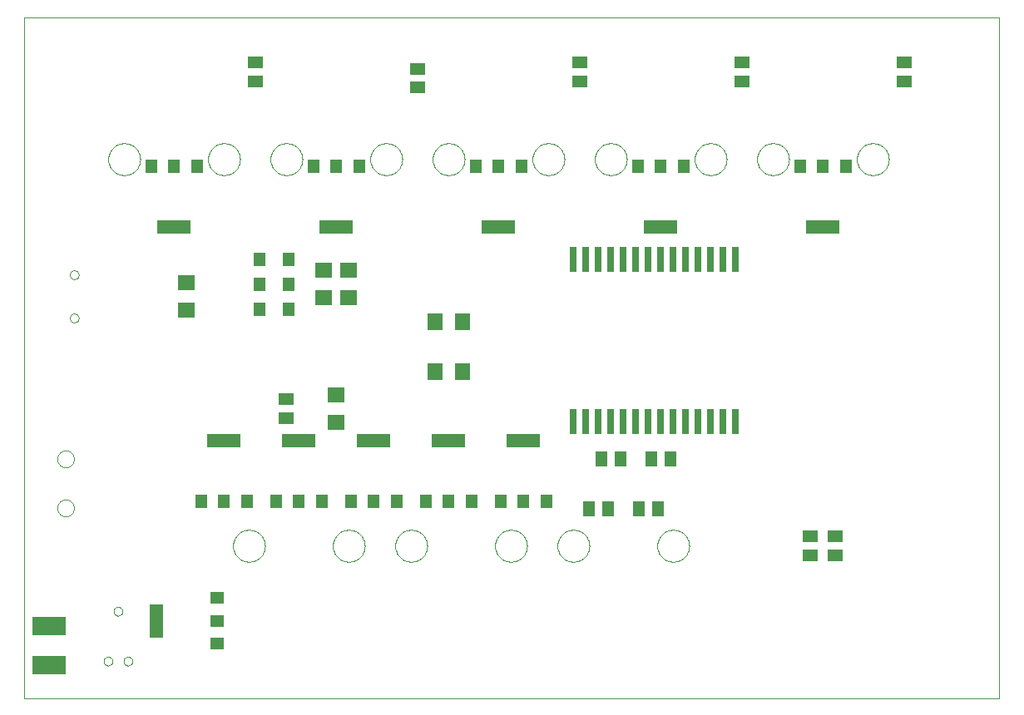
<source format=gbp>
G75*
%MOIN*%
%OFA0B0*%
%FSLAX24Y24*%
%IPPOS*%
%LPD*%
%AMOC8*
5,1,8,0,0,1.08239X$1,22.5*
%
%ADD10C,0.0000*%
%ADD11R,0.0591X0.0512*%
%ADD12R,0.1339X0.0748*%
%ADD13R,0.0709X0.0630*%
%ADD14R,0.0472X0.0551*%
%ADD15R,0.1378X0.0551*%
%ADD16R,0.0630X0.0709*%
%ADD17R,0.0630X0.0512*%
%ADD18R,0.0551X0.0472*%
%ADD19R,0.0551X0.1378*%
%ADD20R,0.0512X0.0630*%
%ADD21R,0.0250X0.1000*%
%ADD22R,0.0512X0.0591*%
D10*
X012596Y000100D02*
X012596Y027396D01*
X051666Y027396D01*
X051666Y000100D01*
X012596Y000100D01*
X015771Y001575D02*
X015773Y001601D01*
X015779Y001627D01*
X015788Y001651D01*
X015801Y001674D01*
X015818Y001694D01*
X015837Y001712D01*
X015859Y001727D01*
X015882Y001738D01*
X015907Y001746D01*
X015933Y001750D01*
X015959Y001750D01*
X015985Y001746D01*
X016010Y001738D01*
X016034Y001727D01*
X016055Y001712D01*
X016074Y001694D01*
X016091Y001674D01*
X016104Y001651D01*
X016113Y001627D01*
X016119Y001601D01*
X016121Y001575D01*
X016119Y001549D01*
X016113Y001523D01*
X016104Y001499D01*
X016091Y001476D01*
X016074Y001456D01*
X016055Y001438D01*
X016033Y001423D01*
X016010Y001412D01*
X015985Y001404D01*
X015959Y001400D01*
X015933Y001400D01*
X015907Y001404D01*
X015882Y001412D01*
X015858Y001423D01*
X015837Y001438D01*
X015818Y001456D01*
X015801Y001476D01*
X015788Y001499D01*
X015779Y001523D01*
X015773Y001549D01*
X015771Y001575D01*
X016571Y001575D02*
X016573Y001601D01*
X016579Y001627D01*
X016588Y001651D01*
X016601Y001674D01*
X016618Y001694D01*
X016637Y001712D01*
X016659Y001727D01*
X016682Y001738D01*
X016707Y001746D01*
X016733Y001750D01*
X016759Y001750D01*
X016785Y001746D01*
X016810Y001738D01*
X016834Y001727D01*
X016855Y001712D01*
X016874Y001694D01*
X016891Y001674D01*
X016904Y001651D01*
X016913Y001627D01*
X016919Y001601D01*
X016921Y001575D01*
X016919Y001549D01*
X016913Y001523D01*
X016904Y001499D01*
X016891Y001476D01*
X016874Y001456D01*
X016855Y001438D01*
X016833Y001423D01*
X016810Y001412D01*
X016785Y001404D01*
X016759Y001400D01*
X016733Y001400D01*
X016707Y001404D01*
X016682Y001412D01*
X016658Y001423D01*
X016637Y001438D01*
X016618Y001456D01*
X016601Y001476D01*
X016588Y001499D01*
X016579Y001523D01*
X016573Y001549D01*
X016571Y001575D01*
X016171Y003575D02*
X016173Y003601D01*
X016179Y003627D01*
X016188Y003651D01*
X016201Y003674D01*
X016218Y003694D01*
X016237Y003712D01*
X016259Y003727D01*
X016282Y003738D01*
X016307Y003746D01*
X016333Y003750D01*
X016359Y003750D01*
X016385Y003746D01*
X016410Y003738D01*
X016434Y003727D01*
X016455Y003712D01*
X016474Y003694D01*
X016491Y003674D01*
X016504Y003651D01*
X016513Y003627D01*
X016519Y003601D01*
X016521Y003575D01*
X016519Y003549D01*
X016513Y003523D01*
X016504Y003499D01*
X016491Y003476D01*
X016474Y003456D01*
X016455Y003438D01*
X016433Y003423D01*
X016410Y003412D01*
X016385Y003404D01*
X016359Y003400D01*
X016333Y003400D01*
X016307Y003404D01*
X016282Y003412D01*
X016258Y003423D01*
X016237Y003438D01*
X016218Y003456D01*
X016201Y003476D01*
X016188Y003499D01*
X016179Y003523D01*
X016173Y003549D01*
X016171Y003575D01*
X020956Y006200D02*
X020958Y006250D01*
X020964Y006300D01*
X020974Y006349D01*
X020987Y006398D01*
X021005Y006445D01*
X021026Y006491D01*
X021050Y006534D01*
X021078Y006576D01*
X021109Y006616D01*
X021143Y006653D01*
X021180Y006687D01*
X021220Y006718D01*
X021262Y006746D01*
X021305Y006770D01*
X021351Y006791D01*
X021398Y006809D01*
X021447Y006822D01*
X021496Y006832D01*
X021546Y006838D01*
X021596Y006840D01*
X021646Y006838D01*
X021696Y006832D01*
X021745Y006822D01*
X021794Y006809D01*
X021841Y006791D01*
X021887Y006770D01*
X021930Y006746D01*
X021972Y006718D01*
X022012Y006687D01*
X022049Y006653D01*
X022083Y006616D01*
X022114Y006576D01*
X022142Y006534D01*
X022166Y006491D01*
X022187Y006445D01*
X022205Y006398D01*
X022218Y006349D01*
X022228Y006300D01*
X022234Y006250D01*
X022236Y006200D01*
X022234Y006150D01*
X022228Y006100D01*
X022218Y006051D01*
X022205Y006002D01*
X022187Y005955D01*
X022166Y005909D01*
X022142Y005866D01*
X022114Y005824D01*
X022083Y005784D01*
X022049Y005747D01*
X022012Y005713D01*
X021972Y005682D01*
X021930Y005654D01*
X021887Y005630D01*
X021841Y005609D01*
X021794Y005591D01*
X021745Y005578D01*
X021696Y005568D01*
X021646Y005562D01*
X021596Y005560D01*
X021546Y005562D01*
X021496Y005568D01*
X021447Y005578D01*
X021398Y005591D01*
X021351Y005609D01*
X021305Y005630D01*
X021262Y005654D01*
X021220Y005682D01*
X021180Y005713D01*
X021143Y005747D01*
X021109Y005784D01*
X021078Y005824D01*
X021050Y005866D01*
X021026Y005909D01*
X021005Y005955D01*
X020987Y006002D01*
X020974Y006051D01*
X020964Y006100D01*
X020958Y006150D01*
X020956Y006200D01*
X024956Y006200D02*
X024958Y006250D01*
X024964Y006300D01*
X024974Y006349D01*
X024987Y006398D01*
X025005Y006445D01*
X025026Y006491D01*
X025050Y006534D01*
X025078Y006576D01*
X025109Y006616D01*
X025143Y006653D01*
X025180Y006687D01*
X025220Y006718D01*
X025262Y006746D01*
X025305Y006770D01*
X025351Y006791D01*
X025398Y006809D01*
X025447Y006822D01*
X025496Y006832D01*
X025546Y006838D01*
X025596Y006840D01*
X025646Y006838D01*
X025696Y006832D01*
X025745Y006822D01*
X025794Y006809D01*
X025841Y006791D01*
X025887Y006770D01*
X025930Y006746D01*
X025972Y006718D01*
X026012Y006687D01*
X026049Y006653D01*
X026083Y006616D01*
X026114Y006576D01*
X026142Y006534D01*
X026166Y006491D01*
X026187Y006445D01*
X026205Y006398D01*
X026218Y006349D01*
X026228Y006300D01*
X026234Y006250D01*
X026236Y006200D01*
X026234Y006150D01*
X026228Y006100D01*
X026218Y006051D01*
X026205Y006002D01*
X026187Y005955D01*
X026166Y005909D01*
X026142Y005866D01*
X026114Y005824D01*
X026083Y005784D01*
X026049Y005747D01*
X026012Y005713D01*
X025972Y005682D01*
X025930Y005654D01*
X025887Y005630D01*
X025841Y005609D01*
X025794Y005591D01*
X025745Y005578D01*
X025696Y005568D01*
X025646Y005562D01*
X025596Y005560D01*
X025546Y005562D01*
X025496Y005568D01*
X025447Y005578D01*
X025398Y005591D01*
X025351Y005609D01*
X025305Y005630D01*
X025262Y005654D01*
X025220Y005682D01*
X025180Y005713D01*
X025143Y005747D01*
X025109Y005784D01*
X025078Y005824D01*
X025050Y005866D01*
X025026Y005909D01*
X025005Y005955D01*
X024987Y006002D01*
X024974Y006051D01*
X024964Y006100D01*
X024958Y006150D01*
X024956Y006200D01*
X027456Y006200D02*
X027458Y006250D01*
X027464Y006300D01*
X027474Y006349D01*
X027487Y006398D01*
X027505Y006445D01*
X027526Y006491D01*
X027550Y006534D01*
X027578Y006576D01*
X027609Y006616D01*
X027643Y006653D01*
X027680Y006687D01*
X027720Y006718D01*
X027762Y006746D01*
X027805Y006770D01*
X027851Y006791D01*
X027898Y006809D01*
X027947Y006822D01*
X027996Y006832D01*
X028046Y006838D01*
X028096Y006840D01*
X028146Y006838D01*
X028196Y006832D01*
X028245Y006822D01*
X028294Y006809D01*
X028341Y006791D01*
X028387Y006770D01*
X028430Y006746D01*
X028472Y006718D01*
X028512Y006687D01*
X028549Y006653D01*
X028583Y006616D01*
X028614Y006576D01*
X028642Y006534D01*
X028666Y006491D01*
X028687Y006445D01*
X028705Y006398D01*
X028718Y006349D01*
X028728Y006300D01*
X028734Y006250D01*
X028736Y006200D01*
X028734Y006150D01*
X028728Y006100D01*
X028718Y006051D01*
X028705Y006002D01*
X028687Y005955D01*
X028666Y005909D01*
X028642Y005866D01*
X028614Y005824D01*
X028583Y005784D01*
X028549Y005747D01*
X028512Y005713D01*
X028472Y005682D01*
X028430Y005654D01*
X028387Y005630D01*
X028341Y005609D01*
X028294Y005591D01*
X028245Y005578D01*
X028196Y005568D01*
X028146Y005562D01*
X028096Y005560D01*
X028046Y005562D01*
X027996Y005568D01*
X027947Y005578D01*
X027898Y005591D01*
X027851Y005609D01*
X027805Y005630D01*
X027762Y005654D01*
X027720Y005682D01*
X027680Y005713D01*
X027643Y005747D01*
X027609Y005784D01*
X027578Y005824D01*
X027550Y005866D01*
X027526Y005909D01*
X027505Y005955D01*
X027487Y006002D01*
X027474Y006051D01*
X027464Y006100D01*
X027458Y006150D01*
X027456Y006200D01*
X031456Y006200D02*
X031458Y006250D01*
X031464Y006300D01*
X031474Y006349D01*
X031487Y006398D01*
X031505Y006445D01*
X031526Y006491D01*
X031550Y006534D01*
X031578Y006576D01*
X031609Y006616D01*
X031643Y006653D01*
X031680Y006687D01*
X031720Y006718D01*
X031762Y006746D01*
X031805Y006770D01*
X031851Y006791D01*
X031898Y006809D01*
X031947Y006822D01*
X031996Y006832D01*
X032046Y006838D01*
X032096Y006840D01*
X032146Y006838D01*
X032196Y006832D01*
X032245Y006822D01*
X032294Y006809D01*
X032341Y006791D01*
X032387Y006770D01*
X032430Y006746D01*
X032472Y006718D01*
X032512Y006687D01*
X032549Y006653D01*
X032583Y006616D01*
X032614Y006576D01*
X032642Y006534D01*
X032666Y006491D01*
X032687Y006445D01*
X032705Y006398D01*
X032718Y006349D01*
X032728Y006300D01*
X032734Y006250D01*
X032736Y006200D01*
X032734Y006150D01*
X032728Y006100D01*
X032718Y006051D01*
X032705Y006002D01*
X032687Y005955D01*
X032666Y005909D01*
X032642Y005866D01*
X032614Y005824D01*
X032583Y005784D01*
X032549Y005747D01*
X032512Y005713D01*
X032472Y005682D01*
X032430Y005654D01*
X032387Y005630D01*
X032341Y005609D01*
X032294Y005591D01*
X032245Y005578D01*
X032196Y005568D01*
X032146Y005562D01*
X032096Y005560D01*
X032046Y005562D01*
X031996Y005568D01*
X031947Y005578D01*
X031898Y005591D01*
X031851Y005609D01*
X031805Y005630D01*
X031762Y005654D01*
X031720Y005682D01*
X031680Y005713D01*
X031643Y005747D01*
X031609Y005784D01*
X031578Y005824D01*
X031550Y005866D01*
X031526Y005909D01*
X031505Y005955D01*
X031487Y006002D01*
X031474Y006051D01*
X031464Y006100D01*
X031458Y006150D01*
X031456Y006200D01*
X033956Y006200D02*
X033958Y006250D01*
X033964Y006300D01*
X033974Y006349D01*
X033987Y006398D01*
X034005Y006445D01*
X034026Y006491D01*
X034050Y006534D01*
X034078Y006576D01*
X034109Y006616D01*
X034143Y006653D01*
X034180Y006687D01*
X034220Y006718D01*
X034262Y006746D01*
X034305Y006770D01*
X034351Y006791D01*
X034398Y006809D01*
X034447Y006822D01*
X034496Y006832D01*
X034546Y006838D01*
X034596Y006840D01*
X034646Y006838D01*
X034696Y006832D01*
X034745Y006822D01*
X034794Y006809D01*
X034841Y006791D01*
X034887Y006770D01*
X034930Y006746D01*
X034972Y006718D01*
X035012Y006687D01*
X035049Y006653D01*
X035083Y006616D01*
X035114Y006576D01*
X035142Y006534D01*
X035166Y006491D01*
X035187Y006445D01*
X035205Y006398D01*
X035218Y006349D01*
X035228Y006300D01*
X035234Y006250D01*
X035236Y006200D01*
X035234Y006150D01*
X035228Y006100D01*
X035218Y006051D01*
X035205Y006002D01*
X035187Y005955D01*
X035166Y005909D01*
X035142Y005866D01*
X035114Y005824D01*
X035083Y005784D01*
X035049Y005747D01*
X035012Y005713D01*
X034972Y005682D01*
X034930Y005654D01*
X034887Y005630D01*
X034841Y005609D01*
X034794Y005591D01*
X034745Y005578D01*
X034696Y005568D01*
X034646Y005562D01*
X034596Y005560D01*
X034546Y005562D01*
X034496Y005568D01*
X034447Y005578D01*
X034398Y005591D01*
X034351Y005609D01*
X034305Y005630D01*
X034262Y005654D01*
X034220Y005682D01*
X034180Y005713D01*
X034143Y005747D01*
X034109Y005784D01*
X034078Y005824D01*
X034050Y005866D01*
X034026Y005909D01*
X034005Y005955D01*
X033987Y006002D01*
X033974Y006051D01*
X033964Y006100D01*
X033958Y006150D01*
X033956Y006200D01*
X037956Y006200D02*
X037958Y006250D01*
X037964Y006300D01*
X037974Y006349D01*
X037987Y006398D01*
X038005Y006445D01*
X038026Y006491D01*
X038050Y006534D01*
X038078Y006576D01*
X038109Y006616D01*
X038143Y006653D01*
X038180Y006687D01*
X038220Y006718D01*
X038262Y006746D01*
X038305Y006770D01*
X038351Y006791D01*
X038398Y006809D01*
X038447Y006822D01*
X038496Y006832D01*
X038546Y006838D01*
X038596Y006840D01*
X038646Y006838D01*
X038696Y006832D01*
X038745Y006822D01*
X038794Y006809D01*
X038841Y006791D01*
X038887Y006770D01*
X038930Y006746D01*
X038972Y006718D01*
X039012Y006687D01*
X039049Y006653D01*
X039083Y006616D01*
X039114Y006576D01*
X039142Y006534D01*
X039166Y006491D01*
X039187Y006445D01*
X039205Y006398D01*
X039218Y006349D01*
X039228Y006300D01*
X039234Y006250D01*
X039236Y006200D01*
X039234Y006150D01*
X039228Y006100D01*
X039218Y006051D01*
X039205Y006002D01*
X039187Y005955D01*
X039166Y005909D01*
X039142Y005866D01*
X039114Y005824D01*
X039083Y005784D01*
X039049Y005747D01*
X039012Y005713D01*
X038972Y005682D01*
X038930Y005654D01*
X038887Y005630D01*
X038841Y005609D01*
X038794Y005591D01*
X038745Y005578D01*
X038696Y005568D01*
X038646Y005562D01*
X038596Y005560D01*
X038546Y005562D01*
X038496Y005568D01*
X038447Y005578D01*
X038398Y005591D01*
X038351Y005609D01*
X038305Y005630D01*
X038262Y005654D01*
X038220Y005682D01*
X038180Y005713D01*
X038143Y005747D01*
X038109Y005784D01*
X038078Y005824D01*
X038050Y005866D01*
X038026Y005909D01*
X038005Y005955D01*
X037987Y006002D01*
X037974Y006051D01*
X037964Y006100D01*
X037958Y006150D01*
X037956Y006200D01*
X014419Y015334D02*
X014421Y015360D01*
X014427Y015386D01*
X014437Y015411D01*
X014450Y015434D01*
X014466Y015454D01*
X014486Y015472D01*
X014508Y015487D01*
X014531Y015499D01*
X014557Y015507D01*
X014583Y015511D01*
X014609Y015511D01*
X014635Y015507D01*
X014661Y015499D01*
X014685Y015487D01*
X014706Y015472D01*
X014726Y015454D01*
X014742Y015434D01*
X014755Y015411D01*
X014765Y015386D01*
X014771Y015360D01*
X014773Y015334D01*
X014771Y015308D01*
X014765Y015282D01*
X014755Y015257D01*
X014742Y015234D01*
X014726Y015214D01*
X014706Y015196D01*
X014684Y015181D01*
X014661Y015169D01*
X014635Y015161D01*
X014609Y015157D01*
X014583Y015157D01*
X014557Y015161D01*
X014531Y015169D01*
X014507Y015181D01*
X014486Y015196D01*
X014466Y015214D01*
X014450Y015234D01*
X014437Y015257D01*
X014427Y015282D01*
X014421Y015308D01*
X014419Y015334D01*
X014419Y017066D02*
X014421Y017092D01*
X014427Y017118D01*
X014437Y017143D01*
X014450Y017166D01*
X014466Y017186D01*
X014486Y017204D01*
X014508Y017219D01*
X014531Y017231D01*
X014557Y017239D01*
X014583Y017243D01*
X014609Y017243D01*
X014635Y017239D01*
X014661Y017231D01*
X014685Y017219D01*
X014706Y017204D01*
X014726Y017186D01*
X014742Y017166D01*
X014755Y017143D01*
X014765Y017118D01*
X014771Y017092D01*
X014773Y017066D01*
X014771Y017040D01*
X014765Y017014D01*
X014755Y016989D01*
X014742Y016966D01*
X014726Y016946D01*
X014706Y016928D01*
X014684Y016913D01*
X014661Y016901D01*
X014635Y016893D01*
X014609Y016889D01*
X014583Y016889D01*
X014557Y016893D01*
X014531Y016901D01*
X014507Y016913D01*
X014486Y016928D01*
X014466Y016946D01*
X014450Y016966D01*
X014437Y016989D01*
X014427Y017014D01*
X014421Y017040D01*
X014419Y017066D01*
X015956Y021700D02*
X015958Y021750D01*
X015964Y021800D01*
X015974Y021849D01*
X015987Y021898D01*
X016005Y021945D01*
X016026Y021991D01*
X016050Y022034D01*
X016078Y022076D01*
X016109Y022116D01*
X016143Y022153D01*
X016180Y022187D01*
X016220Y022218D01*
X016262Y022246D01*
X016305Y022270D01*
X016351Y022291D01*
X016398Y022309D01*
X016447Y022322D01*
X016496Y022332D01*
X016546Y022338D01*
X016596Y022340D01*
X016646Y022338D01*
X016696Y022332D01*
X016745Y022322D01*
X016794Y022309D01*
X016841Y022291D01*
X016887Y022270D01*
X016930Y022246D01*
X016972Y022218D01*
X017012Y022187D01*
X017049Y022153D01*
X017083Y022116D01*
X017114Y022076D01*
X017142Y022034D01*
X017166Y021991D01*
X017187Y021945D01*
X017205Y021898D01*
X017218Y021849D01*
X017228Y021800D01*
X017234Y021750D01*
X017236Y021700D01*
X017234Y021650D01*
X017228Y021600D01*
X017218Y021551D01*
X017205Y021502D01*
X017187Y021455D01*
X017166Y021409D01*
X017142Y021366D01*
X017114Y021324D01*
X017083Y021284D01*
X017049Y021247D01*
X017012Y021213D01*
X016972Y021182D01*
X016930Y021154D01*
X016887Y021130D01*
X016841Y021109D01*
X016794Y021091D01*
X016745Y021078D01*
X016696Y021068D01*
X016646Y021062D01*
X016596Y021060D01*
X016546Y021062D01*
X016496Y021068D01*
X016447Y021078D01*
X016398Y021091D01*
X016351Y021109D01*
X016305Y021130D01*
X016262Y021154D01*
X016220Y021182D01*
X016180Y021213D01*
X016143Y021247D01*
X016109Y021284D01*
X016078Y021324D01*
X016050Y021366D01*
X016026Y021409D01*
X016005Y021455D01*
X015987Y021502D01*
X015974Y021551D01*
X015964Y021600D01*
X015958Y021650D01*
X015956Y021700D01*
X019956Y021700D02*
X019958Y021750D01*
X019964Y021800D01*
X019974Y021849D01*
X019987Y021898D01*
X020005Y021945D01*
X020026Y021991D01*
X020050Y022034D01*
X020078Y022076D01*
X020109Y022116D01*
X020143Y022153D01*
X020180Y022187D01*
X020220Y022218D01*
X020262Y022246D01*
X020305Y022270D01*
X020351Y022291D01*
X020398Y022309D01*
X020447Y022322D01*
X020496Y022332D01*
X020546Y022338D01*
X020596Y022340D01*
X020646Y022338D01*
X020696Y022332D01*
X020745Y022322D01*
X020794Y022309D01*
X020841Y022291D01*
X020887Y022270D01*
X020930Y022246D01*
X020972Y022218D01*
X021012Y022187D01*
X021049Y022153D01*
X021083Y022116D01*
X021114Y022076D01*
X021142Y022034D01*
X021166Y021991D01*
X021187Y021945D01*
X021205Y021898D01*
X021218Y021849D01*
X021228Y021800D01*
X021234Y021750D01*
X021236Y021700D01*
X021234Y021650D01*
X021228Y021600D01*
X021218Y021551D01*
X021205Y021502D01*
X021187Y021455D01*
X021166Y021409D01*
X021142Y021366D01*
X021114Y021324D01*
X021083Y021284D01*
X021049Y021247D01*
X021012Y021213D01*
X020972Y021182D01*
X020930Y021154D01*
X020887Y021130D01*
X020841Y021109D01*
X020794Y021091D01*
X020745Y021078D01*
X020696Y021068D01*
X020646Y021062D01*
X020596Y021060D01*
X020546Y021062D01*
X020496Y021068D01*
X020447Y021078D01*
X020398Y021091D01*
X020351Y021109D01*
X020305Y021130D01*
X020262Y021154D01*
X020220Y021182D01*
X020180Y021213D01*
X020143Y021247D01*
X020109Y021284D01*
X020078Y021324D01*
X020050Y021366D01*
X020026Y021409D01*
X020005Y021455D01*
X019987Y021502D01*
X019974Y021551D01*
X019964Y021600D01*
X019958Y021650D01*
X019956Y021700D01*
X022456Y021700D02*
X022458Y021750D01*
X022464Y021800D01*
X022474Y021849D01*
X022487Y021898D01*
X022505Y021945D01*
X022526Y021991D01*
X022550Y022034D01*
X022578Y022076D01*
X022609Y022116D01*
X022643Y022153D01*
X022680Y022187D01*
X022720Y022218D01*
X022762Y022246D01*
X022805Y022270D01*
X022851Y022291D01*
X022898Y022309D01*
X022947Y022322D01*
X022996Y022332D01*
X023046Y022338D01*
X023096Y022340D01*
X023146Y022338D01*
X023196Y022332D01*
X023245Y022322D01*
X023294Y022309D01*
X023341Y022291D01*
X023387Y022270D01*
X023430Y022246D01*
X023472Y022218D01*
X023512Y022187D01*
X023549Y022153D01*
X023583Y022116D01*
X023614Y022076D01*
X023642Y022034D01*
X023666Y021991D01*
X023687Y021945D01*
X023705Y021898D01*
X023718Y021849D01*
X023728Y021800D01*
X023734Y021750D01*
X023736Y021700D01*
X023734Y021650D01*
X023728Y021600D01*
X023718Y021551D01*
X023705Y021502D01*
X023687Y021455D01*
X023666Y021409D01*
X023642Y021366D01*
X023614Y021324D01*
X023583Y021284D01*
X023549Y021247D01*
X023512Y021213D01*
X023472Y021182D01*
X023430Y021154D01*
X023387Y021130D01*
X023341Y021109D01*
X023294Y021091D01*
X023245Y021078D01*
X023196Y021068D01*
X023146Y021062D01*
X023096Y021060D01*
X023046Y021062D01*
X022996Y021068D01*
X022947Y021078D01*
X022898Y021091D01*
X022851Y021109D01*
X022805Y021130D01*
X022762Y021154D01*
X022720Y021182D01*
X022680Y021213D01*
X022643Y021247D01*
X022609Y021284D01*
X022578Y021324D01*
X022550Y021366D01*
X022526Y021409D01*
X022505Y021455D01*
X022487Y021502D01*
X022474Y021551D01*
X022464Y021600D01*
X022458Y021650D01*
X022456Y021700D01*
X026456Y021700D02*
X026458Y021750D01*
X026464Y021800D01*
X026474Y021849D01*
X026487Y021898D01*
X026505Y021945D01*
X026526Y021991D01*
X026550Y022034D01*
X026578Y022076D01*
X026609Y022116D01*
X026643Y022153D01*
X026680Y022187D01*
X026720Y022218D01*
X026762Y022246D01*
X026805Y022270D01*
X026851Y022291D01*
X026898Y022309D01*
X026947Y022322D01*
X026996Y022332D01*
X027046Y022338D01*
X027096Y022340D01*
X027146Y022338D01*
X027196Y022332D01*
X027245Y022322D01*
X027294Y022309D01*
X027341Y022291D01*
X027387Y022270D01*
X027430Y022246D01*
X027472Y022218D01*
X027512Y022187D01*
X027549Y022153D01*
X027583Y022116D01*
X027614Y022076D01*
X027642Y022034D01*
X027666Y021991D01*
X027687Y021945D01*
X027705Y021898D01*
X027718Y021849D01*
X027728Y021800D01*
X027734Y021750D01*
X027736Y021700D01*
X027734Y021650D01*
X027728Y021600D01*
X027718Y021551D01*
X027705Y021502D01*
X027687Y021455D01*
X027666Y021409D01*
X027642Y021366D01*
X027614Y021324D01*
X027583Y021284D01*
X027549Y021247D01*
X027512Y021213D01*
X027472Y021182D01*
X027430Y021154D01*
X027387Y021130D01*
X027341Y021109D01*
X027294Y021091D01*
X027245Y021078D01*
X027196Y021068D01*
X027146Y021062D01*
X027096Y021060D01*
X027046Y021062D01*
X026996Y021068D01*
X026947Y021078D01*
X026898Y021091D01*
X026851Y021109D01*
X026805Y021130D01*
X026762Y021154D01*
X026720Y021182D01*
X026680Y021213D01*
X026643Y021247D01*
X026609Y021284D01*
X026578Y021324D01*
X026550Y021366D01*
X026526Y021409D01*
X026505Y021455D01*
X026487Y021502D01*
X026474Y021551D01*
X026464Y021600D01*
X026458Y021650D01*
X026456Y021700D01*
X028956Y021700D02*
X028958Y021750D01*
X028964Y021800D01*
X028974Y021849D01*
X028987Y021898D01*
X029005Y021945D01*
X029026Y021991D01*
X029050Y022034D01*
X029078Y022076D01*
X029109Y022116D01*
X029143Y022153D01*
X029180Y022187D01*
X029220Y022218D01*
X029262Y022246D01*
X029305Y022270D01*
X029351Y022291D01*
X029398Y022309D01*
X029447Y022322D01*
X029496Y022332D01*
X029546Y022338D01*
X029596Y022340D01*
X029646Y022338D01*
X029696Y022332D01*
X029745Y022322D01*
X029794Y022309D01*
X029841Y022291D01*
X029887Y022270D01*
X029930Y022246D01*
X029972Y022218D01*
X030012Y022187D01*
X030049Y022153D01*
X030083Y022116D01*
X030114Y022076D01*
X030142Y022034D01*
X030166Y021991D01*
X030187Y021945D01*
X030205Y021898D01*
X030218Y021849D01*
X030228Y021800D01*
X030234Y021750D01*
X030236Y021700D01*
X030234Y021650D01*
X030228Y021600D01*
X030218Y021551D01*
X030205Y021502D01*
X030187Y021455D01*
X030166Y021409D01*
X030142Y021366D01*
X030114Y021324D01*
X030083Y021284D01*
X030049Y021247D01*
X030012Y021213D01*
X029972Y021182D01*
X029930Y021154D01*
X029887Y021130D01*
X029841Y021109D01*
X029794Y021091D01*
X029745Y021078D01*
X029696Y021068D01*
X029646Y021062D01*
X029596Y021060D01*
X029546Y021062D01*
X029496Y021068D01*
X029447Y021078D01*
X029398Y021091D01*
X029351Y021109D01*
X029305Y021130D01*
X029262Y021154D01*
X029220Y021182D01*
X029180Y021213D01*
X029143Y021247D01*
X029109Y021284D01*
X029078Y021324D01*
X029050Y021366D01*
X029026Y021409D01*
X029005Y021455D01*
X028987Y021502D01*
X028974Y021551D01*
X028964Y021600D01*
X028958Y021650D01*
X028956Y021700D01*
X032956Y021700D02*
X032958Y021750D01*
X032964Y021800D01*
X032974Y021849D01*
X032987Y021898D01*
X033005Y021945D01*
X033026Y021991D01*
X033050Y022034D01*
X033078Y022076D01*
X033109Y022116D01*
X033143Y022153D01*
X033180Y022187D01*
X033220Y022218D01*
X033262Y022246D01*
X033305Y022270D01*
X033351Y022291D01*
X033398Y022309D01*
X033447Y022322D01*
X033496Y022332D01*
X033546Y022338D01*
X033596Y022340D01*
X033646Y022338D01*
X033696Y022332D01*
X033745Y022322D01*
X033794Y022309D01*
X033841Y022291D01*
X033887Y022270D01*
X033930Y022246D01*
X033972Y022218D01*
X034012Y022187D01*
X034049Y022153D01*
X034083Y022116D01*
X034114Y022076D01*
X034142Y022034D01*
X034166Y021991D01*
X034187Y021945D01*
X034205Y021898D01*
X034218Y021849D01*
X034228Y021800D01*
X034234Y021750D01*
X034236Y021700D01*
X034234Y021650D01*
X034228Y021600D01*
X034218Y021551D01*
X034205Y021502D01*
X034187Y021455D01*
X034166Y021409D01*
X034142Y021366D01*
X034114Y021324D01*
X034083Y021284D01*
X034049Y021247D01*
X034012Y021213D01*
X033972Y021182D01*
X033930Y021154D01*
X033887Y021130D01*
X033841Y021109D01*
X033794Y021091D01*
X033745Y021078D01*
X033696Y021068D01*
X033646Y021062D01*
X033596Y021060D01*
X033546Y021062D01*
X033496Y021068D01*
X033447Y021078D01*
X033398Y021091D01*
X033351Y021109D01*
X033305Y021130D01*
X033262Y021154D01*
X033220Y021182D01*
X033180Y021213D01*
X033143Y021247D01*
X033109Y021284D01*
X033078Y021324D01*
X033050Y021366D01*
X033026Y021409D01*
X033005Y021455D01*
X032987Y021502D01*
X032974Y021551D01*
X032964Y021600D01*
X032958Y021650D01*
X032956Y021700D01*
X035456Y021700D02*
X035458Y021750D01*
X035464Y021800D01*
X035474Y021849D01*
X035487Y021898D01*
X035505Y021945D01*
X035526Y021991D01*
X035550Y022034D01*
X035578Y022076D01*
X035609Y022116D01*
X035643Y022153D01*
X035680Y022187D01*
X035720Y022218D01*
X035762Y022246D01*
X035805Y022270D01*
X035851Y022291D01*
X035898Y022309D01*
X035947Y022322D01*
X035996Y022332D01*
X036046Y022338D01*
X036096Y022340D01*
X036146Y022338D01*
X036196Y022332D01*
X036245Y022322D01*
X036294Y022309D01*
X036341Y022291D01*
X036387Y022270D01*
X036430Y022246D01*
X036472Y022218D01*
X036512Y022187D01*
X036549Y022153D01*
X036583Y022116D01*
X036614Y022076D01*
X036642Y022034D01*
X036666Y021991D01*
X036687Y021945D01*
X036705Y021898D01*
X036718Y021849D01*
X036728Y021800D01*
X036734Y021750D01*
X036736Y021700D01*
X036734Y021650D01*
X036728Y021600D01*
X036718Y021551D01*
X036705Y021502D01*
X036687Y021455D01*
X036666Y021409D01*
X036642Y021366D01*
X036614Y021324D01*
X036583Y021284D01*
X036549Y021247D01*
X036512Y021213D01*
X036472Y021182D01*
X036430Y021154D01*
X036387Y021130D01*
X036341Y021109D01*
X036294Y021091D01*
X036245Y021078D01*
X036196Y021068D01*
X036146Y021062D01*
X036096Y021060D01*
X036046Y021062D01*
X035996Y021068D01*
X035947Y021078D01*
X035898Y021091D01*
X035851Y021109D01*
X035805Y021130D01*
X035762Y021154D01*
X035720Y021182D01*
X035680Y021213D01*
X035643Y021247D01*
X035609Y021284D01*
X035578Y021324D01*
X035550Y021366D01*
X035526Y021409D01*
X035505Y021455D01*
X035487Y021502D01*
X035474Y021551D01*
X035464Y021600D01*
X035458Y021650D01*
X035456Y021700D01*
X039456Y021700D02*
X039458Y021750D01*
X039464Y021800D01*
X039474Y021849D01*
X039487Y021898D01*
X039505Y021945D01*
X039526Y021991D01*
X039550Y022034D01*
X039578Y022076D01*
X039609Y022116D01*
X039643Y022153D01*
X039680Y022187D01*
X039720Y022218D01*
X039762Y022246D01*
X039805Y022270D01*
X039851Y022291D01*
X039898Y022309D01*
X039947Y022322D01*
X039996Y022332D01*
X040046Y022338D01*
X040096Y022340D01*
X040146Y022338D01*
X040196Y022332D01*
X040245Y022322D01*
X040294Y022309D01*
X040341Y022291D01*
X040387Y022270D01*
X040430Y022246D01*
X040472Y022218D01*
X040512Y022187D01*
X040549Y022153D01*
X040583Y022116D01*
X040614Y022076D01*
X040642Y022034D01*
X040666Y021991D01*
X040687Y021945D01*
X040705Y021898D01*
X040718Y021849D01*
X040728Y021800D01*
X040734Y021750D01*
X040736Y021700D01*
X040734Y021650D01*
X040728Y021600D01*
X040718Y021551D01*
X040705Y021502D01*
X040687Y021455D01*
X040666Y021409D01*
X040642Y021366D01*
X040614Y021324D01*
X040583Y021284D01*
X040549Y021247D01*
X040512Y021213D01*
X040472Y021182D01*
X040430Y021154D01*
X040387Y021130D01*
X040341Y021109D01*
X040294Y021091D01*
X040245Y021078D01*
X040196Y021068D01*
X040146Y021062D01*
X040096Y021060D01*
X040046Y021062D01*
X039996Y021068D01*
X039947Y021078D01*
X039898Y021091D01*
X039851Y021109D01*
X039805Y021130D01*
X039762Y021154D01*
X039720Y021182D01*
X039680Y021213D01*
X039643Y021247D01*
X039609Y021284D01*
X039578Y021324D01*
X039550Y021366D01*
X039526Y021409D01*
X039505Y021455D01*
X039487Y021502D01*
X039474Y021551D01*
X039464Y021600D01*
X039458Y021650D01*
X039456Y021700D01*
X041956Y021700D02*
X041958Y021750D01*
X041964Y021800D01*
X041974Y021849D01*
X041987Y021898D01*
X042005Y021945D01*
X042026Y021991D01*
X042050Y022034D01*
X042078Y022076D01*
X042109Y022116D01*
X042143Y022153D01*
X042180Y022187D01*
X042220Y022218D01*
X042262Y022246D01*
X042305Y022270D01*
X042351Y022291D01*
X042398Y022309D01*
X042447Y022322D01*
X042496Y022332D01*
X042546Y022338D01*
X042596Y022340D01*
X042646Y022338D01*
X042696Y022332D01*
X042745Y022322D01*
X042794Y022309D01*
X042841Y022291D01*
X042887Y022270D01*
X042930Y022246D01*
X042972Y022218D01*
X043012Y022187D01*
X043049Y022153D01*
X043083Y022116D01*
X043114Y022076D01*
X043142Y022034D01*
X043166Y021991D01*
X043187Y021945D01*
X043205Y021898D01*
X043218Y021849D01*
X043228Y021800D01*
X043234Y021750D01*
X043236Y021700D01*
X043234Y021650D01*
X043228Y021600D01*
X043218Y021551D01*
X043205Y021502D01*
X043187Y021455D01*
X043166Y021409D01*
X043142Y021366D01*
X043114Y021324D01*
X043083Y021284D01*
X043049Y021247D01*
X043012Y021213D01*
X042972Y021182D01*
X042930Y021154D01*
X042887Y021130D01*
X042841Y021109D01*
X042794Y021091D01*
X042745Y021078D01*
X042696Y021068D01*
X042646Y021062D01*
X042596Y021060D01*
X042546Y021062D01*
X042496Y021068D01*
X042447Y021078D01*
X042398Y021091D01*
X042351Y021109D01*
X042305Y021130D01*
X042262Y021154D01*
X042220Y021182D01*
X042180Y021213D01*
X042143Y021247D01*
X042109Y021284D01*
X042078Y021324D01*
X042050Y021366D01*
X042026Y021409D01*
X042005Y021455D01*
X041987Y021502D01*
X041974Y021551D01*
X041964Y021600D01*
X041958Y021650D01*
X041956Y021700D01*
X045956Y021700D02*
X045958Y021750D01*
X045964Y021800D01*
X045974Y021849D01*
X045987Y021898D01*
X046005Y021945D01*
X046026Y021991D01*
X046050Y022034D01*
X046078Y022076D01*
X046109Y022116D01*
X046143Y022153D01*
X046180Y022187D01*
X046220Y022218D01*
X046262Y022246D01*
X046305Y022270D01*
X046351Y022291D01*
X046398Y022309D01*
X046447Y022322D01*
X046496Y022332D01*
X046546Y022338D01*
X046596Y022340D01*
X046646Y022338D01*
X046696Y022332D01*
X046745Y022322D01*
X046794Y022309D01*
X046841Y022291D01*
X046887Y022270D01*
X046930Y022246D01*
X046972Y022218D01*
X047012Y022187D01*
X047049Y022153D01*
X047083Y022116D01*
X047114Y022076D01*
X047142Y022034D01*
X047166Y021991D01*
X047187Y021945D01*
X047205Y021898D01*
X047218Y021849D01*
X047228Y021800D01*
X047234Y021750D01*
X047236Y021700D01*
X047234Y021650D01*
X047228Y021600D01*
X047218Y021551D01*
X047205Y021502D01*
X047187Y021455D01*
X047166Y021409D01*
X047142Y021366D01*
X047114Y021324D01*
X047083Y021284D01*
X047049Y021247D01*
X047012Y021213D01*
X046972Y021182D01*
X046930Y021154D01*
X046887Y021130D01*
X046841Y021109D01*
X046794Y021091D01*
X046745Y021078D01*
X046696Y021068D01*
X046646Y021062D01*
X046596Y021060D01*
X046546Y021062D01*
X046496Y021068D01*
X046447Y021078D01*
X046398Y021091D01*
X046351Y021109D01*
X046305Y021130D01*
X046262Y021154D01*
X046220Y021182D01*
X046180Y021213D01*
X046143Y021247D01*
X046109Y021284D01*
X046078Y021324D01*
X046050Y021366D01*
X046026Y021409D01*
X046005Y021455D01*
X045987Y021502D01*
X045974Y021551D01*
X045964Y021600D01*
X045958Y021650D01*
X045956Y021700D01*
X013915Y009684D02*
X013917Y009720D01*
X013923Y009756D01*
X013933Y009791D01*
X013946Y009825D01*
X013963Y009857D01*
X013983Y009887D01*
X014007Y009914D01*
X014033Y009939D01*
X014062Y009961D01*
X014093Y009980D01*
X014126Y009995D01*
X014160Y010007D01*
X014196Y010015D01*
X014232Y010019D01*
X014268Y010019D01*
X014304Y010015D01*
X014340Y010007D01*
X014374Y009995D01*
X014407Y009980D01*
X014438Y009961D01*
X014467Y009939D01*
X014493Y009914D01*
X014517Y009887D01*
X014537Y009857D01*
X014554Y009825D01*
X014567Y009791D01*
X014577Y009756D01*
X014583Y009720D01*
X014585Y009684D01*
X014583Y009648D01*
X014577Y009612D01*
X014567Y009577D01*
X014554Y009543D01*
X014537Y009511D01*
X014517Y009481D01*
X014493Y009454D01*
X014467Y009429D01*
X014438Y009407D01*
X014407Y009388D01*
X014374Y009373D01*
X014340Y009361D01*
X014304Y009353D01*
X014268Y009349D01*
X014232Y009349D01*
X014196Y009353D01*
X014160Y009361D01*
X014126Y009373D01*
X014093Y009388D01*
X014062Y009407D01*
X014033Y009429D01*
X014007Y009454D01*
X013983Y009481D01*
X013963Y009511D01*
X013946Y009543D01*
X013933Y009577D01*
X013923Y009612D01*
X013917Y009648D01*
X013915Y009684D01*
X013915Y007716D02*
X013917Y007752D01*
X013923Y007788D01*
X013933Y007823D01*
X013946Y007857D01*
X013963Y007889D01*
X013983Y007919D01*
X014007Y007946D01*
X014033Y007971D01*
X014062Y007993D01*
X014093Y008012D01*
X014126Y008027D01*
X014160Y008039D01*
X014196Y008047D01*
X014232Y008051D01*
X014268Y008051D01*
X014304Y008047D01*
X014340Y008039D01*
X014374Y008027D01*
X014407Y008012D01*
X014438Y007993D01*
X014467Y007971D01*
X014493Y007946D01*
X014517Y007919D01*
X014537Y007889D01*
X014554Y007857D01*
X014567Y007823D01*
X014577Y007788D01*
X014583Y007752D01*
X014585Y007716D01*
X014583Y007680D01*
X014577Y007644D01*
X014567Y007609D01*
X014554Y007575D01*
X014537Y007543D01*
X014517Y007513D01*
X014493Y007486D01*
X014467Y007461D01*
X014438Y007439D01*
X014407Y007420D01*
X014374Y007405D01*
X014340Y007393D01*
X014304Y007385D01*
X014268Y007381D01*
X014232Y007381D01*
X014196Y007385D01*
X014160Y007393D01*
X014126Y007405D01*
X014093Y007420D01*
X014062Y007439D01*
X014033Y007461D01*
X014007Y007486D01*
X013983Y007513D01*
X013963Y007543D01*
X013946Y007575D01*
X013933Y007609D01*
X013923Y007644D01*
X013917Y007680D01*
X013915Y007716D01*
D11*
X028346Y024576D03*
X028346Y025324D03*
X034846Y025574D03*
X034846Y024826D03*
X041346Y024826D03*
X041346Y025574D03*
X047846Y025574D03*
X047846Y024826D03*
X021846Y024826D03*
X021846Y025574D03*
X044096Y006574D03*
X045096Y006574D03*
X045096Y005826D03*
X044096Y005826D03*
D12*
X013596Y002968D03*
X013596Y001432D03*
D13*
X025096Y011149D03*
X025096Y012251D03*
X019096Y015649D03*
X019096Y016751D03*
X024596Y017251D03*
X025596Y017251D03*
X025596Y016149D03*
X024596Y016149D03*
D14*
X023187Y015700D03*
X022006Y015700D03*
X022006Y016700D03*
X023187Y016700D03*
X023187Y017700D03*
X022006Y017700D03*
X024186Y021420D03*
X025096Y021420D03*
X026006Y021420D03*
X030686Y021420D03*
X031596Y021420D03*
X032506Y021420D03*
X037186Y021420D03*
X038096Y021420D03*
X039006Y021420D03*
X043686Y021420D03*
X044596Y021420D03*
X045506Y021420D03*
X033506Y007980D03*
X032596Y007980D03*
X031686Y007980D03*
X030506Y007980D03*
X029596Y007980D03*
X028686Y007980D03*
X027506Y007980D03*
X026596Y007980D03*
X025686Y007980D03*
X024506Y007980D03*
X023596Y007980D03*
X022686Y007980D03*
X021506Y007980D03*
X020596Y007980D03*
X019686Y007980D03*
X019506Y021420D03*
X018596Y021420D03*
X017686Y021420D03*
D15*
X018596Y018980D03*
X025096Y018980D03*
X031596Y018980D03*
X038096Y018980D03*
X044596Y018980D03*
X032596Y010420D03*
X029596Y010420D03*
X026596Y010420D03*
X023596Y010420D03*
X020596Y010420D03*
D16*
X029045Y013200D03*
X030148Y013200D03*
X030148Y015200D03*
X029045Y015200D03*
D17*
X023096Y012074D03*
X023096Y011326D03*
D18*
X020316Y004110D03*
X020316Y003200D03*
X020316Y002290D03*
D19*
X017876Y003200D03*
D20*
X035222Y007700D03*
X035970Y007700D03*
X037222Y007700D03*
X037970Y007700D03*
D21*
X038096Y011200D03*
X037596Y011200D03*
X037096Y011200D03*
X036596Y011200D03*
X036096Y011200D03*
X035596Y011200D03*
X035096Y011200D03*
X034596Y011200D03*
X038596Y011200D03*
X039096Y011200D03*
X039596Y011200D03*
X040096Y011200D03*
X040596Y011200D03*
X041096Y011200D03*
X041096Y017700D03*
X040596Y017700D03*
X040096Y017700D03*
X039596Y017700D03*
X039096Y017700D03*
X038596Y017700D03*
X038096Y017700D03*
X037596Y017700D03*
X037096Y017700D03*
X036596Y017700D03*
X036096Y017700D03*
X035596Y017700D03*
X035096Y017700D03*
X034596Y017700D03*
D22*
X035722Y009700D03*
X036470Y009700D03*
X037722Y009700D03*
X038470Y009700D03*
M02*

</source>
